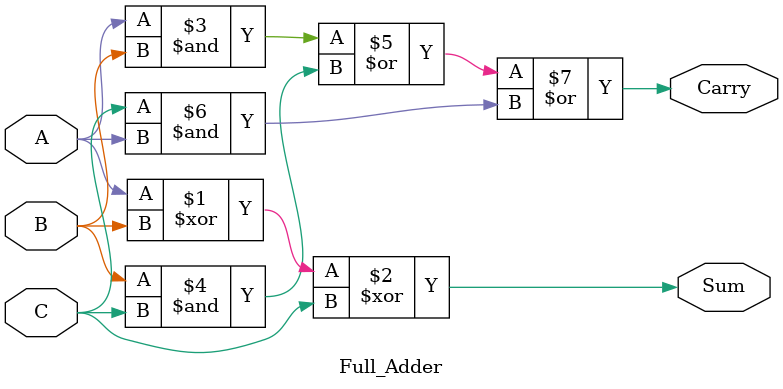
<source format=v>
`timescale 1ns / 1ps


module Full_Adder(
    input A,
    input B,
    input C,
    output Sum,
    output Carry
    );
     assign Sum = A ^ B ^ C;
    assign Carry = (A&B) | (B&C) | (C&A) ;
endmodule

</source>
